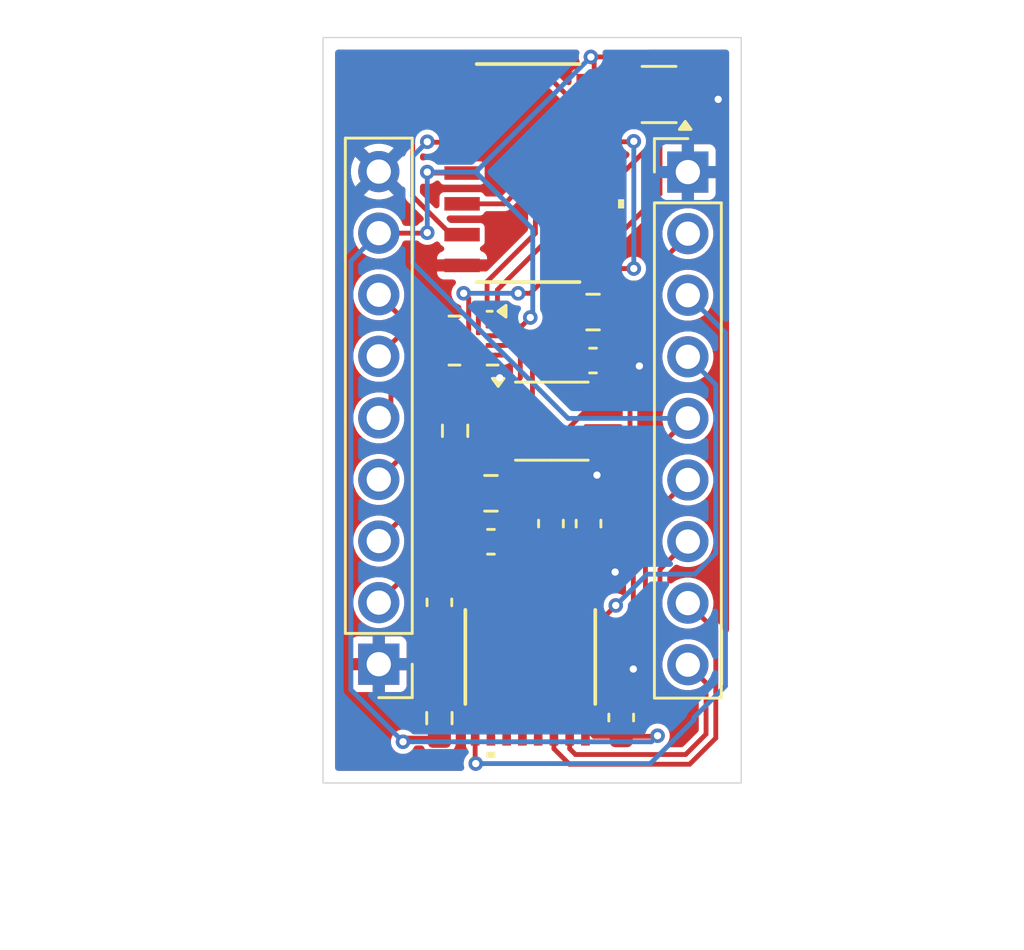
<source format=kicad_pcb>
(kicad_pcb (version 20241229) (generator "pcbnew") (generator_version "9.0")
  (layers (0 "F.Cu" signal) (2 "B.Cu" signal) (13 "F.Paste" user) (15 "B.Paste" user) (5 "F.SilkS" user "F.Silkscreen") (7 "B.SilkS" user "B.Silkscreen") (1 "F.Mask" user) (3 "B.Mask" user) (25 "Edge.Cuts" user))
  (net 0 "")
  (net 1 "GND")
  (net 2 "Net-(U1-REFCAP)")
  (net 3 "Net-(U1-REFIO)")
  (net 4 "+5V")
  (net 5 "/ADC/A_IN")
  (net 6 "+3.3V")
  (net 7 "Net-(R1-Pad1)")
  (net 8 "Net-(R1-Pad2)")
  (net 9 "/ADC/SDI")
  (net 10 "/ADC/~{CS}")
  (net 11 "/ADC/SDO-1")
  (net 12 "/ADC/~{RST}")
  (net 13 "/ADC/RVS")
  (net 14 "/ADC/SDO-0")
  (net 15 "/ADC/SCLK")
  (net 16 "/Multiplexer/A_IN_P1")
  (net 17 "/Multiplexer/A_IN_N1")
  (net 18 "/Amplifier/A_IN_N")
  (net 19 "/Multiplexer/A_IN_N3")
  (net 20 "/Multiplexer/A_IN_P3")
  (net 21 "/Amplifier/A_IN_P")
  (net 22 "/Multiplexer/A_IN_P2")
  (net 23 "/Counter/SEL1")
  (net 24 "/Multiplexer/A_IN_N2")
  (net 25 "/Counter/SEL0")
  (net 26 "Net-(U3-1D)")
  (net 27 "Net-(U3-2D)")
  (net 28 "Net-(U3-~{1CLR})")
  (footprint "Package_SO:MSOP-8_3x3mm_P0.65mm" (layer "F.Cu") (at 93.1375 97.775)
    (property "Reference" "U5")
    (property "Value" "AD8421")
    (fp_line (start 0 -1.61) (end -1.5 -1.61) (stroke (width 0.12)) (layer "F.SilkS"))
    (fp_line (start 0 -1.61) (end 1.5 -1.61) (stroke (width 0.12)) (layer "F.SilkS"))
    (fp_line (start 0 1.61) (end -1.5 1.61) (stroke (width 0.12)) (layer "F.SilkS"))
    (fp_line (start 0 1.61) (end 1.5 1.61) (stroke (width 0.12)) (layer "F.SilkS"))
    (fp_poly (pts (xy -2.2125 -1.435) (xy -2.4525 -1.765) (xy -1.9725 -1.765)) (stroke (width 0.12)) (fill yes) (layer "F.SilkS"))
    (pad "1" smd roundrect (at -2.1125 -0.975) (size 1.625 0.4) (layers "F.Cu" "F.Mask" "F.Paste") (net 18 "/Amplifier/A_IN_N"))
    (pad "2" smd roundrect (at -2.1125 -0.325) (size 1.625 0.4) (layers "F.Cu" "F.Mask" "F.Paste") (net 7 "Net-(R1-Pad1)"))
    (pad "3" smd roundrect (at -2.1125 0.325) (size 1.625 0.4) (layers "F.Cu" "F.Mask" "F.Paste") (net 8 "Net-(R1-Pad2)"))
    (pad "4" smd roundrect (at -2.1125 0.975) (size 1.625 0.4) (layers "F.Cu" "F.Mask" "F.Paste") (net 21 "/Amplifier/A_IN_P"))
    (pad "5" smd roundrect (at 2.1125 0.975) (size 1.625 0.4) (layers "F.Cu" "F.Mask" "F.Paste") (net 1 "GND"))
    (pad "6" smd roundrect (at 2.1125 0.325) (size 1.625 0.4) (layers "F.Cu" "F.Mask" "F.Paste") (net 1 "GND"))
    (pad "7" smd roundrect (at 2.1125 -0.325) (size 1.625 0.4) (layers "F.Cu" "F.Mask" "F.Paste") (net 5 "/ADC/A_IN"))
    (pad "8" smd roundrect (at 2.1125 -0.975) (size 1.625 0.4) (layers "F.Cu" "F.Mask" "F.Paste") (net 4 "+5V"))
  )
  (footprint "Capacitor_SMD:C_0603_1608Metric" (layer "F.Cu") (at 94.8375 95.275)
    (property "Reference" "C7")
    (property "Value" "0.1 uF")
    (fp_line (start -0.14058 -0.51) (end 0.14058 -0.51) (stroke (width 0.12)) (layer "F.SilkS"))
    (fp_line (start -0.14058 0.51) (end 0.14058 0.51) (stroke (width 0.12)) (layer "F.SilkS"))
    (pad "1" smd roundrect (at -0.775 0) (size 0.9 0.95) (layers "F.Cu" "F.Mask" "F.Paste") (net 4 "+5V"))
    (pad "2" smd roundrect (at 0.775 0) (size 0.9 0.95) (layers "F.Cu" "F.Mask" "F.Paste") (net 1 "GND"))
  )
  (footprint "strain-gauge:PW16_TEX" (layer "F.Cu") (at 92.25 107.5 -90)
    (property "Reference" "U1")
    (property "Value" "ADS8691IPWR" (hide yes))
    (fp_line (start -1.941024 2.6797) (end 1.941024 2.6797) (stroke (width 0.1524)) (layer "F.SilkS"))
    (fp_line (start 1.941024 -2.6797) (end -1.941024 -2.6797) (stroke (width 0.1524)) (layer "F.SilkS"))
    (fp_poly (pts (xy 4.1656 1.434501) (xy 4.1656 1.815501) (xy 3.9116 1.815501) (xy 3.9116 1.434501)) (fill yes) (layer "F.SilkS"))
    (pad "1" smd rect (at -2.921 -2.274999 270) (size 1.4732 0.3556) (layers "F.Cu" "F.Mask" "F.Paste") (net 1 "GND"))
    (pad "2" smd rect (at -2.921 -1.625001 270) (size 1.4732 0.3556) (layers "F.Cu" "F.Mask" "F.Paste") (net 4 "+5V"))
    (pad "3" smd rect (at -2.921 -0.974999 270) (size 1.4732 0.3556) (layers "F.Cu" "F.Mask" "F.Paste") (net 1 "GND"))
    (pad "4" smd rect (at -2.921 -0.325001 270) (size 1.4732 0.3556) (layers "F.Cu" "F.Mask" "F.Paste") (net 3 "Net-(U1-REFIO)"))
    (pad "5" smd rect (at -2.921 0.324998 270) (size 1.4732 0.3556) (layers "F.Cu" "F.Mask" "F.Paste") (net 1 "GND"))
    (pad "6" smd rect (at -2.921 0.974999 270) (size 1.4732 0.3556) (layers "F.Cu" "F.Mask" "F.Paste") (net 2 "Net-(U1-REFCAP)"))
    (pad "7" smd rect (at -2.921 1.624998 270) (size 1.4732 0.3556) (layers "F.Cu" "F.Mask" "F.Paste") (net 5 "/ADC/A_IN"))
    (pad "8" smd rect (at -2.921 2.274999 270) (size 1.4732 0.3556) (layers "F.Cu" "F.Mask" "F.Paste") (net 1 "GND"))
    (pad "9" smd rect (at 2.921 2.274999 270) (size 1.4732 0.3556) (layers "F.Cu" "F.Mask" "F.Paste") (net 12 "/ADC/~{RST}"))
    (pad "10" smd rect (at 2.921 1.625001 270) (size 1.4732 0.3556) (layers "F.Cu" "F.Mask" "F.Paste") (net 9 "/ADC/SDI"))
    (pad "11" smd rect (at 2.921 0.974999 270) (size 1.4732 0.3556) (layers "F.Cu" "F.Mask" "F.Paste") (net 10 "/ADC/~{CS}"))
    (pad "12" smd rect (at 2.921 0.325001 270) (size 1.4732 0.3556) (layers "F.Cu" "F.Mask" "F.Paste") (net 15 "/ADC/SCLK"))
    (pad "13" smd rect (at 2.921 -0.324998 270) (size 1.4732 0.3556) (layers "F.Cu" "F.Mask" "F.Paste") (net 14 "/ADC/SDO-0"))
    (pad "14" smd rect (at 2.921 -0.974999 270) (size 1.4732 0.3556) (layers "F.Cu" "F.Mask" "F.Paste") (net 11 "/ADC/SDO-1"))
    (pad "15" smd rect (at 2.921 -1.624998 270) (size 1.4732 0.3556) (layers "F.Cu" "F.Mask" "F.Paste") (net 13 "/ADC/RVS"))
    (pad "16" smd rect (at 2.921 -2.274999 270) (size 1.4732 0.3556) (layers "F.Cu" "F.Mask" "F.Paste") (net 6 "+3.3V"))
  )
  (footprint "Capacitor_SMD:C_0603_1608Metric" (layer "F.Cu") (at 90.627056 102.75)
    (property "Reference" "C2")
    (property "Value" "1 uF")
    (fp_line (start -0.14058 -0.51) (end 0.14058 -0.51) (stroke (width 0.12)) (layer "F.SilkS"))
    (fp_line (start -0.14058 0.51) (end 0.14058 0.51) (stroke (width 0.12)) (layer "F.SilkS"))
    (pad "1" smd roundrect (at -0.775 0) (size 0.9 0.95) (layers "F.Cu" "F.Mask" "F.Paste") (net 1 "GND"))
    (pad "2" smd roundrect (at 0.775 0) (size 0.9 0.95) (layers "F.Cu" "F.Mask" "F.Paste") (net 2 "Net-(U1-REFCAP)"))
  )
  (footprint "Capacitor_SMD:C_0603_1608Metric" (layer "F.Cu") (at 94.652056 102 90)
    (property "Reference" "C4")
    (property "Value" "1 uF")
    (fp_line (start -0.14058 -0.51) (end 0.14058 -0.51) (stroke (width 0.12)) (layer "F.SilkS"))
    (fp_line (start -0.14058 0.51) (end 0.14058 0.51) (stroke (width 0.12)) (layer "F.SilkS"))
    (pad "1" smd roundrect (at -0.775 0 90) (size 0.9 0.95) (layers "F.Cu" "F.Mask" "F.Paste") (net 4 "+5V"))
    (pad "2" smd roundrect (at 0.775 0 90) (size 0.9 0.95) (layers "F.Cu" "F.Mask" "F.Paste") (net 1 "GND"))
  )
  (footprint "Capacitor_SMD:C_0603_1608Metric" (layer "F.Cu") (at 96 110 -90)
    (property "Reference" "C6")
    (property "Value" "1 uF")
    (fp_line (start -0.14058 0.51) (end 0.14058 0.51) (stroke (width 0.12)) (layer "F.SilkS"))
    (fp_line (start -0.14058 -0.51) (end 0.14058 -0.51) (stroke (width 0.12)) (layer "F.SilkS"))
    (pad "1" smd roundrect (at -0.775 0 270) (size 0.9 0.95) (layers "F.Cu" "F.Mask" "F.Paste") (net 1 "GND"))
    (pad "2" smd roundrect (at 0.775 0 270) (size 0.9 0.95) (layers "F.Cu" "F.Mask" "F.Paste") (net 6 "+3.3V"))
  )
  (footprint "Connector_PinHeader_2.54mm:PinHeader_1x09_P2.54mm_Vertical" (layer "F.Cu") (at 98.75 87.5)
    (property "Reference" "J2" (hide yes))
    (property "Value" "Right")
    (fp_line (start -1.38 -1.38) (end 0 -1.38) (stroke (width 0.12)) (layer "F.SilkS"))
    (fp_line (start -1.38 0) (end -1.38 -1.38) (stroke (width 0.12)) (layer "F.SilkS"))
    (fp_line (start -1.38 1.27) (end -1.38 21.7) (stroke (width 0.12)) (layer "F.SilkS"))
    (fp_line (start -1.38 1.27) (end 1.38 1.27) (stroke (width 0.12)) (layer "F.SilkS"))
    (fp_line (start -1.38 21.7) (end 1.38 21.7) (stroke (width 0.12)) (layer "F.SilkS"))
    (fp_line (start 1.38 1.27) (end 1.38 21.7) (stroke (width 0.12)) (layer "F.SilkS"))
    (pad "1" thru_hole rect (at 0 0) (size 1.7 1.7) (drill 1) (layers "*.Cu" "*.Mask") (net 1 "GND"))
    (pad "2" thru_hole circle (at 0 2.54) (size 1.7 1.7) (drill 1) (layers "*.Cu" "*.Mask") (net 4 "+5V"))
    (pad "3" thru_hole circle (at 0 5.08) (size 1.7 1.7) (drill 1) (layers "*.Cu" "*.Mask") (net 12 "/ADC/~{RST}"))
    (pad "4" thru_hole circle (at 0 7.62) (size 1.7 1.7) (drill 1) (layers "*.Cu" "*.Mask") (net 9 "/ADC/SDI"))
    (pad "5" thru_hole circle (at 0 10.16) (size 1.7 1.7) (drill 1) (layers "*.Cu" "*.Mask") (net 10 "/ADC/~{CS}"))
    (pad "6" thru_hole circle (at 0 12.7) (size 1.7 1.7) (drill 1) (layers "*.Cu" "*.Mask") (net 15 "/ADC/SCLK"))
    (pad "7" thru_hole circle (at 0 15.24) (size 1.7 1.7) (drill 1) (layers "*.Cu" "*.Mask") (net 14 "/ADC/SDO-0"))
    (pad "8" thru_hole circle (at 0 17.78) (size 1.7 1.7) (drill 1) (layers "*.Cu" "*.Mask") (net 11 "/ADC/SDO-1"))
    (pad "9" thru_hole circle (at 0 20.32) (size 1.7 1.7) (drill 1) (layers "*.Cu" "*.Mask") (net 13 "/ADC/RVS"))
  )
  (footprint "Resistor_SMD:R_0603_1608Metric" (layer "F.Cu") (at 88.5 110.025 -90)
    (property "Reference" "R2")
    (property "Value" "100k")
    (fp_line (start -0.237258 0.5225) (end 0.237258 0.5225) (stroke (width 0.12)) (layer "F.SilkS"))
    (fp_line (start -0.237258 -0.5225) (end 0.237258 -0.5225) (stroke (width 0.12)) (layer "F.SilkS"))
    (pad "1" smd roundrect (at -0.825 0 270) (size 0.8 0.95) (layers "F.Cu" "F.Mask" "F.Paste") (net 12 "/ADC/~{RST}"))
    (pad "2" smd roundrect (at 0.825 0 270) (size 0.8 0.95) (layers "F.Cu" "F.Mask" "F.Paste") (net 6 "+3.3V"))
  )
  (footprint "Package_DFN_QFN:Texas_RMG0012A_WQFN-12_1.8x1.8mm_P0.4mm" (layer "F.Cu") (at 89.907935 94.450565 -90)
    (property "Reference" "U2")
    (property "Value" "TMUX131RMG")
    (fp_line (start -1.01 1.01) (end -1.01 0.56) (stroke (width 0.12)) (layer "F.SilkS"))
    (fp_line (start 1.01 1.01) (end 1.01 0.56) (stroke (width 0.12)) (layer "F.SilkS"))
    (fp_line (start -1.21 -0.56) (end -1.21 -0.77) (stroke (width 0.12)) (layer "F.SilkS"))
    (fp_line (start 1.01 -1.01) (end 1.01 -0.56) (stroke (width 0.12)) (layer "F.SilkS"))
    (fp_poly (pts (xy -1.21 -1.01) (xy -1.45 -1.34) (xy -0.97 -1.34)) (stroke (width 0.12)) (fill yes) (layer "F.SilkS"))
    (pad "1" smd roundrect (at -0.75 -0.2 270) (size 1.05 0.2) (layers "F.Cu" "F.Mask" "F.Paste") (net 25 "/Counter/SEL0"))
    (pad "2" smd roundrect (at -0.75 0.2 270) (size 1.05 0.2) (layers "F.Cu" "F.Mask" "F.Paste") (net 23 "/Counter/SEL1"))
    (pad "3" smd roundrect (at -0.6 0.8875 270) (size 0.2 0.775) (layers "F.Cu" "F.Mask" "F.Paste") (net 22 "/Multiplexer/A_IN_P2"))
    (pad "4" smd roundrect (at -0.2 0.8875 270) (size 0.2 0.775) (layers "F.Cu" "F.Mask" "F.Paste") (net 24 "/Multiplexer/A_IN_N2"))
    (pad "5" smd roundrect (at 0.2 0.8875 270) (size 0.2 0.775) (layers "F.Cu" "F.Mask" "F.Paste") (net 20 "/Multiplexer/A_IN_P3"))
    (pad "6" smd roundrect (at 0.6 0.8875 270) (size 0.2 0.775) (layers "F.Cu" "F.Mask" "F.Paste") (net 19 "/Multiplexer/A_IN_N3"))
    (pad "7" smd roundrect (at 0.75 0.2 270) (size 1.05 0.2) (layers "F.Cu" "F.Mask" "F.Paste") (net 16 "/Multiplexer/A_IN_P1"))
    (pad "8" smd roundrect (at 0.75 -0.2 270) (size 1.05 0.2) (layers "F.Cu" "F.Mask" "F.Paste") (net 17 "/Multiplexer/A_IN_N1"))
    (pad "9" smd roundrect (at 0.6 -0.8875 270) (size 0.2 0.775) (layers "F.Cu" "F.Mask" "F.Paste") (net 1 "GND"))
    (pad "10" smd roundrect (at 0.2 -0.8875 270) (size 0.2 0.775) (layers "F.Cu" "F.Mask" "F.Paste") (net 18 "/Amplifier/A_IN_N"))
    (pad "11" smd roundrect (at -0.2 -0.8875 270) (size 0.2 0.775) (layers "F.Cu" "F.Mask" "F.Paste") (net 21 "/Amplifier/A_IN_P"))
    (pad "12" smd roundrect (at -0.6 -0.8875 270) (size 0.2 0.775) (layers "F.Cu" "F.Mask" "F.Paste") (net 6 "+3.3V"))
  )
  (footprint "Package_TO_SOT_SMD:SOT-353_SC-70-5" (layer "F.Cu") (at 97.56 84.3 180)
    (property "Reference" "U4")
    (property "Value" "74AHC1G00")
    (fp_line (start -0.7 1.16) (end 0.7 1.16) (stroke (width 0.12)) (layer "F.SilkS"))
    (fp_line (start -0.71 -1.16) (end 0.7 -1.16) (stroke (width 0.12)) (layer "F.SilkS"))
    (fp_poly (pts (xy -1.08 -1.11) (xy -1.32 -1.44) (xy -0.84 -1.44) (xy -1.08 -1.11)) (stroke (width 0.12)) (fill yes) (layer "F.SilkS"))
    (pad "1" smd roundrect (at -0.95 -0.65 180) (size 0.65 0.4) (layers "F.Cu" "F.Mask" "F.Paste") (net 23 "/Counter/SEL1"))
    (pad "2" smd roundrect (at -0.95 0 180) (size 0.65 0.4) (layers "F.Cu" "F.Mask" "F.Paste") (net 25 "/Counter/SEL0"))
    (pad "3" smd roundrect (at -0.95 0.65 180) (size 0.65 0.4) (layers "F.Cu" "F.Mask" "F.Paste") (net 1 "GND"))
    (pad "4" smd roundrect (at 0.95 0.65 180) (size 0.65 0.4) (layers "F.Cu" "F.Mask" "F.Paste") (net 28 "Net-(U3-~{1CLR})"))
    (pad "5" smd roundrect (at 0.95 -0.65 180) (size 0.65 0.4) (layers "F.Cu" "F.Mask" "F.Paste") (net 6 "+3.3V"))
  )
  (footprint "Capacitor_SMD:C_0603_1608Metric" (layer "F.Cu") (at 93.102056 102 90)
    (property "Reference" "C3")
    (property "Value" "4.7 uF")
    (fp_line (start -0.14058 -0.51) (end 0.14058 -0.51) (stroke (width 0.12)) (layer "F.SilkS"))
    (fp_line (start -0.14058 0.51) (end 0.14058 0.51) (stroke (width 0.12)) (layer "F.SilkS"))
    (pad "1" smd roundrect (at -0.775 0 90) (size 0.9 0.95) (layers "F.Cu" "F.Mask" "F.Paste") (net 3 "Net-(U1-REFIO)"))
    (pad "2" smd roundrect (at 0.775 0 90) (size 0.9 0.95) (layers "F.Cu" "F.Mask" "F.Paste") (net 1 "GND"))
  )
  (footprint "Capacitor_SMD:C_0603_1608Metric" (layer "F.Cu") (at 88.5 105.25 90)
    (property "Reference" "C5")
    (property "Value" "1 uF")
    (fp_line (start -0.14058 -0.51) (end 0.14058 -0.51) (stroke (width 0.12)) (layer "F.SilkS"))
    (fp_line (start -0.14058 0.51) (end 0.14058 0.51) (stroke (width 0.12)) (layer "F.SilkS"))
    (pad "1" smd roundrect (at -0.775 0 90) (size 0.9 0.95) (layers "F.Cu" "F.Mask" "F.Paste") (net 5 "/ADC/A_IN"))
    (pad "2" smd roundrect (at 0.775 0 90) (size 0.9 0.95) (layers "F.Cu" "F.Mask" "F.Paste") (net 1 "GND"))
  )
  (footprint "strain-gauge:SOIC_QDRQ1_TEX" (layer "F.Cu") (at 92.16 87.54)
    (property "Reference" "U3")
    (property "Value" "SN74HCS72QDRQ1")
    (fp_line (start -2.1209 4.4958) (end 2.1209 4.4958) (stroke (width 0.1524)) (layer "F.SilkS"))
    (fp_line (start 2.1209 -4.4958) (end -2.1209 -4.4958) (stroke (width 0.1524)) (layer "F.SilkS"))
    (fp_poly (pts (xy 3.9624 1.0795) (xy 3.9624 1.4605) (xy 3.7084 1.4605) (xy 3.7084 1.0795)) (fill yes) (layer "F.SilkS"))
    (pad "1" smd rect (at -2.72415 -3.81) (size 1.4605 0.5588) (layers "F.Cu" "F.Mask" "F.Paste") (net 28 "Net-(U3-~{1CLR})"))
    (pad "2" smd rect (at -2.72415 -2.54) (size 1.4605 0.5588) (layers "F.Cu" "F.Mask" "F.Paste") (net 26 "Net-(U3-1D)"))
    (pad "3" smd rect (at -2.72415 -1.27) (size 1.4605 0.5588) (layers "F.Cu" "F.Mask" "F.Paste") (net 10 "/ADC/~{CS}"))
    (pad "4" smd rect (at -2.72415 0) (size 1.4605 0.5588) (layers "F.Cu" "F.Mask" "F.Paste") (net 6 "+3.3V"))
    (pad "5" smd rect (at -2.72415 1.27) (size 1.4605 0.5588) (layers "F.Cu" "F.Mask" "F.Paste") (net 25 "/Counter/SEL0"))
    (pad "6" smd rect (at -2.72415 2.54) (size 1.4605 0.5588) (layers "F.Cu" "F.Mask" "F.Paste") (net 26 "Net-(U3-1D)"))
    (pad "7" smd rect (at -2.72415 3.81) (size 1.4605 0.5588) (layers "F.Cu" "F.Mask" "F.Paste") (net 1 "GND"))
    (pad "8" smd rect (at 2.72415 3.81) (size 1.4605 0.5588) (layers "F.Cu" "F.Mask" "F.Paste") (net 27 "Net-(U3-2D)"))
    (pad "9" smd rect (at 2.72415 2.54) (size 1.4605 0.5588) (layers "F.Cu" "F.Mask" "F.Paste") (net 23 "/Counter/SEL1"))
    (pad "10" smd rect (at 2.72415 1.27) (size 1.4605 0.5588) (layers "F.Cu" "F.Mask" "F.Paste") (net 6 "+3.3V"))
    (pad "11" smd rect (at 2.72415 0) (size 1.4605 0.5588) (layers "F.Cu" "F.Mask" "F.Paste") (net 25 "/Counter/SEL0"))
    (pad "12" smd rect (at 2.72415 -1.27) (size 1.4605 0.5588) (layers "F.Cu" "F.Mask" "F.Paste") (net 27 "Net-(U3-2D)"))
    (pad "13" smd rect (at 2.72415 -2.54) (size 1.4605 0.5588) (layers "F.Cu" "F.Mask" "F.Paste") (net 28 "Net-(U3-~{1CLR})"))
    (pad "14" smd rect (at 2.72415 -3.81) (size 1.4605 0.5588) (layers "F.Cu" "F.Mask" "F.Paste") (net 6 "+3.3V"))
  )
  (footprint "Resistor_SMD:R_0603_1608Metric" (layer "F.Cu") (at 89.148559 98.171649 -90)
    (property "Reference" "R1")
    (property "Value" "100")
    (fp_line (start -0.237258 0.5225) (end 0.237258 0.5225) (stroke (width 0.12)) (layer "F.SilkS"))
    (fp_line (start -0.237258 -0.5225) (end 0.237258 -0.5225) (stroke (width 0.12)) (layer "F.SilkS"))
    (pad "1" smd roundrect (at -0.825 0 270) (size 0.8 0.95) (layers "F.Cu" "F.Mask" "F.Paste") (net 7 "Net-(R1-Pad1)"))
    (pad "2" smd roundrect (at 0.825 0 270) (size 0.8 0.95) (layers "F.Cu" "F.Mask" "F.Paste") (net 8 "Net-(R1-Pad2)"))
  )
  (footprint "Connector_PinHeader_2.54mm:PinHeader_1x09_P2.54mm_Vertical" (layer "F.Cu") (at 86 107.8 180)
    (property "Reference" "J1" (hide yes))
    (property "Value" "Left")
    (fp_line (start 1.38 1.27) (end 1.38 21.7) (stroke (width 0.12)) (layer "F.SilkS"))
    (fp_line (start -1.38 21.7) (end 1.38 21.7) (stroke (width 0.12)) (layer "F.SilkS"))
    (fp_line (start -1.38 1.27) (end 1.38 1.27) (stroke (width 0.12)) (layer "F.SilkS"))
    (fp_line (start -1.38 1.27) (end -1.38 21.7) (stroke (width 0.12)) (layer "F.SilkS"))
    (fp_line (start -1.38 0) (end -1.38 -1.38) (stroke (width 0.12)) (layer "F.SilkS"))
    (fp_line (start -1.38 -1.38) (end 0 -1.38) (stroke (width 0.12)) (layer "F.SilkS"))
    (pad "1" thru_hole rect (at 0 0 180) (size 1.7 1.7) (drill 1) (layers "*.Cu" "*.Mask") (net 1 "GND"))
    (pad "2" thru_hole circle (at 0 2.54 180) (size 1.7 1.7) (drill 1) (layers "*.Cu" "*.Mask") (net 17 "/Multiplexer/A_IN_N1"))
    (pad "3" thru_hole circle (at 0 5.08 180) (size 1.7 1.7) (drill 1) (layers "*.Cu" "*.Mask") (net 16 "/Multiplexer/A_IN_P1"))
    (pad "4" thru_hole circle (at 0 7.62 180) (size 1.7 1.7) (drill 1) (layers "*.Cu" "*.Mask") (net 19 "/Multiplexer/A_IN_N3"))
    (pad "5" thru_hole circle (at 0 10.16 180) (size 1.7 1.7) (drill 1) (layers "*.Cu" "*.Mask") (net 20 "/Multiplexer/A_IN_P3"))
    (pad "6" thru_hole circle (at 0 12.7 180) (size 1.7 1.7) (drill 1) (layers "*.Cu" "*.Mask") (net 24 "/Multiplexer/A_IN_N2"))
    (pad "7" thru_hole circle (at 0 15.24 180) (size 1.7 1.7) (drill 1) (layers "*.Cu" "*.Mask") (net 22 "/Multiplexer/A_IN_P2"))
    (pad "8" thru_hole circle (at 0 17.78 180) (size 1.7 1.7) (drill 1) (layers "*.Cu" "*.Mask") (net 6 "+3.3V"))
    (pad "9" thru_hole circle (at 0 20.32 180) (size 1.7 1.7) (drill 1) (layers "*.Cu" "*.Mask") (net 1 "GND"))
  )
  (footprint "Capacitor_SMD:C_0805_2012Metric" (layer "F.Cu") (at 94.8375 93.275)
    (property "Reference" "C8")
    (property "Value" "10 uF")
    (fp_line (start -0.261252 -0.735) (end 0.261252 -0.735) (stroke (width 0.12)) (layer "F.SilkS"))
    (fp_line (start -0.261252 0.735) (end 0.261252 0.735) (stroke (width 0.12)) (layer "F.SilkS"))
    (pad "1" smd roundrect (at -0.95 0) (size 1 1.45) (layers "F.Cu" "F.Mask" "F.Paste") (net 4 "+5V"))
    (pad "2" smd roundrect (at 0.95 0) (size 1 1.45) (layers "F.Cu" "F.Mask" "F.Paste") (net 1 "GND"))
  )
  (footprint "Capacitor_SMD:C_0805_2012Metric" (layer "F.Cu") (at 90.627056 100.75)
    (property "Reference" "C1")
    (property "Value" "10 uF")
    (fp_line (start -0.261252 -0.735) (end 0.261252 -0.735) (stroke (width 0.12)) (layer "F.SilkS"))
    (fp_line (start -0.261252 0.735) (end 0.261252 0.735) (stroke (width 0.12)) (layer "F.SilkS"))
    (pad "1" smd roundrect (at -0.95 0) (size 1 1.45) (layers "F.Cu" "F.Mask" "F.Paste") (net 1 "GND"))
    (pad "2" smd roundrect (at 0.95 0) (size 1 1.45) (layers "F.Cu" "F.Mask" "F.Paste") (net 2 "Net-(U1-REFCAP)"))
  )
  (gr_rect (start 83.7 81.95) (end 100.95 112.7) (stroke (width 0.05)) (fill no) (layer "Edge.Cuts"))
  (segment (start 92.026002 105.6166) (end 91.925002 105.5156) (width 0.2) (layer "F.Cu") (net 1))
  (segment (start 95.25 98.1) (end 95.25 98.75) (width 0.2) (layer "F.Cu") (net 1))
  (segment (start 91.925002 105.5156) (end 91.925002 104.579) (width 0.2) (layer "F.Cu") (net 1))
  (segment (start 90.795435 95.050565) (end 90.795435 95.795435) (width 0.2) (layer "F.Cu") (net 1))
  (segment (start 90.795435 95.795435) (end 90.988235 95.988235) (width 0.2) (layer "F.Cu") (net 1))
  (segment (start 93.053801 105.6166) (end 92.026002 105.6166) (width 0.2) (layer "F.Cu") (net 1))
  (segment (start 93.224999 105.445402) (end 93.053801 105.6166) (width 0.2) (layer "F.Cu") (net 1))
  (segment (start 93.224999 104.579) (end 93.224999 105.445402) (width 0.2) (layer "F.Cu") (net 1))
  (via (at 96.75 95.5) (size 0.6) (drill 0.3) (layers "F.Cu" "B.Cu") (net 1))
  (via (at 95.75 104) (size 0.6) (drill 0.3) (layers "F.Cu" "B.Cu") (net 1))
  (via (at 95 100) (size 0.6) (drill 0.3) (layers "F.Cu" "B.Cu") (net 1))
  (via (at 100 84.5) (size 0.6) (drill 0.3) (layers "F.Cu" "B.Cu") (net 1))
  (via (at 90.988235 95.988235) (size 0.6) (drill 0.3) (layers "F.Cu" "B.Cu") (net 1))
  (via (at 96.5 108) (size 0.6) (drill 0.3) (layers "F.Cu" "B.Cu") (net 1))
  (segment (start 91.402056 102.75) (end 91.402056 104.451945) (width 0.2) (layer "F.Cu") (net 2))
  (segment (start 91.577056 102.575) (end 91.402056 102.75) (width 0.2) (layer "F.Cu") (net 2))
  (segment (start 91.402056 104.451945) (end 91.275001 104.579) (width 0.2) (layer "F.Cu") (net 2))
  (segment (start 91.577056 100.75) (end 91.577056 102.575) (width 0.2) (layer "F.Cu") (net 2))
  (segment (start 93.102056 102.775) (end 92.575001 103.302055) (width 0.2) (layer "F.Cu") (net 3))
  (segment (start 92.575001 103.302055) (end 92.575001 104.579) (width 0.2) (layer "F.Cu") (net 3))
  (segment (start 95.5 100.5) (end 95.5 101.75) (width 0.2) (layer "F.Cu") (net 4))
  (segment (start 94.652056 102.597944) (end 94.652056 102.775) (width 0.2) (layer "F.Cu") (net 4))
  (segment (start 96.768943 92.081) (end 98.75 90.099943) (width 0.2) (layer "F.Cu") (net 4))
  (segment (start 94.652056 102.775) (end 93.875001 103.552055) (width 0.2) (layer "F.Cu") (net 4))
  (segment (start 95.25 96.8) (end 93.8875 95.4375) (width 0.2) (layer "F.Cu") (net 4))
  (segment (start 98.75 90.099943) (end 98.75 90.04) (width 0.2) (layer "F.Cu") (net 4))
  (segment (start 93.8875 93.275) (end 95.0815 92.081) (width 0.2) (layer "F.Cu") (net 4))
  (segment (start 93.8875 95.4375) (end 93.8875 93.275) (width 0.2) (layer "F.Cu") (net 4))
  (segment (start 95.0815 92.081) (end 96.768943 92.081) (width 0.2) (layer "F.Cu") (net 4))
  (segment (start 93.875001 103.552055) (end 93.875001 104.579) (width 0.2) (layer "F.Cu") (net 4))
  (segment (start 95.5 100.5) (end 96.3635 99.6365) (width 0.2) (layer "F.Cu") (net 4))
  (segment (start 95.5 101.75) (end 94.652056 102.597944) (width 0.2) (layer "F.Cu") (net 4))
  (segment (start 96.3635 99.6365) (end 96.3635 97.101001) (width 0.2) (layer "F.Cu") (net 4))
  (segment (start 96.062499 96.8) (end 95.25 96.8) (width 0.2) (layer "F.Cu") (net 4))
  (segment (start 96.3635 97.101001) (end 96.062499 96.8) (width 0.2) (layer "F.Cu") (net 4))
  (segment (start 91.249 99.251) (end 92.636501 99.251) (width 0.2) (layer "F.Cu") (net 5))
  (segment (start 94.437501 97.45) (end 95.25 97.45) (width 0.2) (layer "F.Cu") (net 5))
  (segment (start 90.625002 105.5156) (end 90.625002 104.579) (width 0.2) (layer "F.Cu") (net 5))
  (segment (start 90.625002 104.579) (end 90.625002 99.874998) (width 0.2) (layer "F.Cu") (net 5))
  (segment (start 90.625002 99.874998) (end 91.249 99.251) (width 0.2) (layer "F.Cu") (net 5))
  (segment (start 90.115602 106.025) (end 90.625002 105.5156) (width 0.2) (layer "F.Cu") (net 5))
  (segment (start 88.5 106.025) (end 90.115602 106.025) (width 0.2) (layer "F.Cu") (net 5))
  (segment (start 92.636501 99.251) (end 94.437501 97.45) (width 0.2) (layer "F.Cu") (net 5))
  (segment (start 86 90.02) (end 87.98 90.02) (width 0.2) (layer "F.Cu") (net 6))
  (segment (start 90.895435 93.750565) (end 90.895435 92.354565) (width 0.2) (layer "F.Cu") (net 6))
  (segment (start 90.795435 93.850565) (end 91.899435 93.850565) (width 0.2) (layer "F.Cu") (net 6))
  (segment (start 89.43585 87.54) (end 88.04 87.54) (width 0.2) (layer "F.Cu") (net 6))
  (segment (start 96 110.775) (end 97.475 110.775) (width 0.2) (layer "F.Cu") (net 6))
  (segment (start 94.44 88.81) (end 94.88415 88.81) (width 0.2) (layer "F.Cu") (net 6))
  (segment (start 97.236 83.236) (end 96.75 82.75) (width 0.2) (layer "F.Cu") (net 6))
  (segment (start 96 110.775) (end 94.878999 110.775) (width 0.2) (layer "F.Cu") (net 6))
  (segment (start 94.88415 83.73) (end 94.88415 82.88415) (width 0.2) (layer "F.Cu") (net 6))
  (segment (start 96.75 82.75) (end 94.75 82.75) (width 0.2) (layer "F.Cu") (net 6))
  (segment (start 87.98 90.02) (end 88 90) (width 0.2) (layer "F.Cu") (net 6))
  (segment (start 94.878999 110.775) (end 94.524999 110.421) (width 0.2) (layer "F.Cu") (net 6))
  (segment (start 88.04 87.54) (end 88 87.5) (width 0.2) (layer "F.Cu") (net 6))
  (segment (start 90.895435 92.354565) (end 94.44 88.81) (width 0.2) (layer "F.Cu") (net 6))
  (segment (start 97.236 84.324) (end 97.236 83.236) (width 0.2) (layer "F.Cu") (net 6))
  (segment (start 87.15 110.85) (end 87 111) (width 0.2) (layer "F.Cu") (net 6))
  (segment (start 90.795435 93.850565) (end 90.895435 93.750565) (width 0.2) (layer "F.Cu") (net 6))
  (segment (start 91.899435 93.850565) (end 92.25 93.5) (width 0.2) (layer "F.Cu") (net 6))
  (segment (start 94.88415 82.88415) (end 94.75 82.75) (width 0.2) (layer "F.Cu") (net 6))
  (segment (start 96.61 84.95) (end 97.236 84.324) (width 0.2) (layer "F.Cu") (net 6))
  (segment (start 88.5 110.85) (end 87.15 110.85) (width 0.2) (layer "F.Cu") (net 6))
  (segment (start 97.475 110.775) (end 97.5 110.75) (width 0.2) (layer "F.Cu") (net 6))
  (via (at 92.25 93.5) (size 0.6) (drill 0.3) (layers "F.Cu" "B.Cu") (net 6))
  (via (at 88 90) (size 0.6) (drill 0.3) (layers "F.Cu" "B.Cu") (net 6))
  (via (at 87 111) (size 0.6) (drill 0.3) (layers "F.Cu" "B.Cu") (net 6))
  (via (at 88 87.5) (size 0.6) (drill 0.3) (layers "F.Cu" "B.Cu") (net 6))
  (via (at 97.5 110.75) (size 0.6) (drill 0.3) (layers "F.Cu" "B.Cu") (net 6))
  (via (at 94.75 82.75) (size 0.6) (drill 0.3) (layers "F.Cu" "B.Cu") (net 6))
  (segment (start 92.351 89.851) (end 90 87.5) (width 0.2) (layer "B.Cu") (net 6))
  (segment (start 97.25 111) (end 97.5 110.75) (width 0.2) (layer "B.Cu") (net 6))
  (segment (start 92.351 93.399) (end 92.351 89.851) (width 0.2) (layer "B.Cu") (net 6))
  (segment (start 84.849 108.849) (end 84.849 91.171) (width 0.2) (layer "B.Cu") (net 6))
  (segment (start 90 87.5) (end 88 87.5) (width 0.2) (layer "B.Cu") (net 6))
  (segment (start 88 90) (end 88 87.5) (width 0.2) (layer "B.Cu") (net 6))
  (segment (start 87 111) (end 84.849 108.849) (width 0.2) (layer "B.Cu") (net 6))
  (segment (start 92.25 93.5) (end 92.351 93.399) (width 0.2) (layer "B.Cu") (net 6))
  (segment (start 84.849 91.171) (end 86 90.02) (width 0.2) (layer "B.Cu") (net 6))
  (segment (start 94.75 82.75) (end 90 87.5) (width 0.2) (layer "B.Cu") (net 6))
  (segment (start 87 111) (end 97.25 111) (width 0.2) (layer "B.Cu") (net 6))
  (segment (start 89.148559 97.346649) (end 90.921649 97.346649) (width 0.2) (layer "F.Cu") (net 7))
  (segment (start 90.921649 97.346649) (end 91.025 97.45) (width 0.2) (layer "F.Cu") (net 7))
  (segment (start 89.148559 98.996649) (end 90.045208 98.1) (width 0.2) (layer "F.Cu") (net 8))
  (segment (start 90.045208 98.1) (end 91.025 98.1) (width 0.2) (layer "F.Cu") (net 8))
  (segment (start 92.260399 107.849) (end 93.30247 107.849) (width 0.2) (layer "F.Cu") (net 9))
  (segment (start 93.30247 107.849) (end 95.775735 105.375735) (width 0.2) (layer "F.Cu") (net 9))
  (segment (start 90.624999 110.421) (end 90.624999 109.4844) (width 0.2) (layer "F.Cu") (net 9))
  (segment (start 90.624999 109.4844) (end 92.260399 107.849) (width 0.2) (layer "F.Cu") (net 9))
  (via (at 95.775735 105.375735) (size 0.6) (drill 0.3) (layers "F.Cu" "B.Cu") (net 9))
  (segment (start 99.901 103.21676) (end 99.901 96.271) (width 0.2) (layer "B.Cu") (net 9))
  (segment (start 97.064965 104.086505) (end 99.031255 104.086505) (width 0.2) (layer "B.Cu") (net 9))
  (segment (start 95.775735 105.375735) (end 97.064965 104.086505) (width 0.2) (layer "B.Cu") (net 9))
  (segment (start 99.901 96.271) (end 98.75 95.12) (width 0.2) (layer "B.Cu") (net 9))
  (segment (start 99.031255 104.086505) (end 99.901 103.21676) (width 0.2) (layer "B.Cu") (net 9))
  (segment (start 89.43585 86.27) (end 88.02 86.27) (width 0.2) (layer "F.Cu") (net 10))
  (segment (start 88.02 86.27) (end 88 86.25) (width 0.2) (layer "F.Cu") (net 10))
  (segment (start 91.275001 110.421) (end 91.275001 109.4844) (width 0.2) (layer "F.Cu") (net 10))
  (segment (start 96.5 105.5) (end 96.5 101.77576) (width 0.2) (layer "F.Cu") (net 10))
  (segment (start 92.509401 108.25) (end 93.75 108.25) (width 0.2) (layer "F.Cu") (net 10))
  (segment (start 91.275001 109.4844) (end 92.509401 108.25) (width 0.2) (layer "F.Cu") (net 10))
  (segment (start 93.75 108.25) (end 96.5 105.5) (width 0.2) (layer "F.Cu") (net 10))
  (segment (start 96.5 101.77576) (end 97.599 100.67676) (width 0.2) (layer "F.Cu") (net 10))
  (segment (start 97.599 98.811) (end 98.75 97.66) (width 0.2) (layer "F.Cu") (net 10))
  (segment (start 97.599 100.67676) (end 97.599 98.811) (width 0.2) (layer "F.Cu") (net 10))
  (via (at 88 86.25) (size 0.6) (drill 0.3) (layers "F.Cu" "B.Cu") (net 10))
  (segment (start 93.810057 97.66) (end 87.399 91.248943) (width 0.2) (layer "B.Cu") (net 10))
  (segment (start 87.399 86.851) (end 88 86.25) (width 0.2) (layer "B.Cu") (net 10))
  (segment (start 98.75 97.66) (end 93.810057 97.66) (width 0.2) (layer "B.Cu") (net 10))
  (segment (start 87.399 91.248943) (end 87.399 86.851) (width 0.2) (layer "B.Cu") (net 10))
  (segment (start 99.901 110.849) (end 99.901 106.431) (width 0.2) (layer "F.Cu") (net 11))
  (segment (start 98.823 111.927) (end 99.901 110.849) (width 0.2) (layer "F.Cu") (net 11))
  (segment (start 99.901 106.431) (end 98.75 105.28) (width 0.2) (layer "F.Cu") (net 11))
  (segment (start 93.864598 111.927) (end 98.823 111.927) (width 0.2) (layer "F.Cu") (net 11))
  (segment (start 93.224999 110.421) (end 93.224999 111.287401) (width 0.2) (layer "F.Cu") (net 11))
  (segment (start 93.224999 111.287401) (end 93.864598 111.927) (width 0.2) (layer "F.Cu") (net 11))
  (segment (start 88.754001 109.2) (end 89.975001 110.421) (width 0.2) (layer "F.Cu") (net 12))
  (segment (start 88.5 109.2) (end 88.754001 109.2) (width 0.2) (layer "F.Cu") (net 12))
  (segment (start 89.975001 111.875001) (end 90 111.9) (width 0.2) (layer "F.Cu") (net 12))
  (segment (start 89.975001 110.421) (end 89.975001 111.875001) (width 0.2) (layer "F.Cu") (net 12))
  (via (at 90 111.9) (size 0.6) (drill 0.3) (layers "F.Cu" "B.Cu") (net 12))
  (segment (start 99 110) (end 100.302 108.698) (width 0.2) (layer "B.Cu") (net 12))
  (segment (start 99 110.099943) (end 99 110) (width 0.2) (layer "B.Cu") (net 12))
  (segment (start 100.302 94.132) (end 98.75 92.58) (width 0.2) (layer "B.Cu") (net 12))
  (segment (start 97.199943 111.9) (end 99 110.099943) (width 0.2) (layer "B.Cu") (net 12))
  (segment (start 100.302 108.698) (end 100.302 94.132) (width 0.2) (layer "B.Cu") (net 12))
  (segment (start 90 111.9) (end 97.199943 111.9) (width 0.2) (layer "B.Cu") (net 12))
  (segment (start 99.5 108.57) (end 98.75 107.82) (width 0.2) (layer "F.Cu") (net 13))
  (segment (start 93.874998 110.421) (end 93.874998 111.287399) (width 0.2) (layer "F.Cu") (net 13))
  (segment (start 94.113599 111.526) (end 98.6569 111.526) (width 0.2) (layer "F.Cu") (net 13))
  (segment (start 93.874998 111.287399) (end 94.113599 111.526) (width 0.2) (layer "F.Cu") (net 13))
  (segment (start 98.6569 111.526) (end 99.5 110.6829) (width 0.2) (layer "F.Cu") (net 13))
  (segment (start 99.5 110.6829) (end 99.5 108.57) (width 0.2) (layer "F.Cu") (net 13))
  (segment (start 92.675998 109.3834) (end 94.1166 109.3834) (width 0.2) (layer "F.Cu") (net 14))
  (segment (start 92.574998 109.4844) (end 92.675998 109.3834) (width 0.2) (layer "F.Cu") (net 14))
  (segment (start 92.574998 110.421) (end 92.574998 109.4844) (width 0.2) (layer "F.Cu") (net 14))
  (segment (start 94.1166 109.3834) (end 97.599 105.901) (width 0.2) (layer "F.Cu") (net 14))
  (segment (start 97.599 103.891) (end 98.75 102.74) (width 0.2) (layer "F.Cu") (net 14))
  (segment (start 97.599 105.901) (end 97.599 103.891) (width 0.2) (layer "F.Cu") (net 14))
  (segment (start 94 108.75) (end 97 105.75) (width 0.2) (layer "F.Cu") (net 15))
  (segment (start 91.924999 110.421) (end 91.924999 109.4844) (width 0.2) (layer "F.Cu") (net 15))
  (segment (start 97 105.75) (end 97 101.95) (width 0.2) (layer "F.Cu") (net 15))
  (segment (start 97 101.95) (end 98.75 100.2) (width 0.2) (layer "F.Cu") (net 15))
  (segment (start 92.659399 108.75) (end 94 108.75) (width 0.2) (layer "F.Cu") (net 15))
  (segment (start 91.924999 109.4844) (end 92.659399 108.75) (width 0.2) (layer "F.Cu") (net 15))
  (segment (start 86 102.72) (end 87.75 100.97) (width 0.2) (layer "F.Cu") (net 16))
  (segment (start 89.262224 95.69405) (end 89.706935 95.249339) (width 0.2) (layer "F.Cu") (net 16))
  (segment (start 87.75 100.97) (end 87.75 96.8881) (width 0.2) (layer "F.Cu") (net 16))
  (segment (start 88.94405 95.69405) (end 89.262224 95.69405) (width 0.2) (layer "F.Cu") (net 16))
  (segment (start 87.75 96.8881) (end 88.94405 95.69405) (width 0.2) (layer "F.Cu") (net 16))
  (segment (start 89.707935 95.200565) (end 89.707935 95.292065) (width 0.2) (layer "F.Cu") (net 16))
  (segment (start 89.354351 96.645649) (end 88.660495 96.645649) (width 0.2) (layer "F.Cu") (net 17))
  (segment (start 90.107935 95.892065) (end 89.354351 96.645649) (width 0.2) (layer "F.Cu") (net 17))
  (segment (start 88.25 97.056144) (end 88.25 103.01) (width 0.2) (layer "F.Cu") (net 17))
  (segment (start 88.25 103.01) (end 86 105.26) (width 0.2) (layer "F.Cu") (net 17))
  (segment (start 90.107935 95.200565) (end 90.107935 95.892065) (width 0.2) (layer "F.Cu") (net 17))
  (segment (start 88.660495 96.645649) (end 88.25 97.056144) (width 0.2) (layer "F.Cu") (net 17))
  (segment (start 91.8375 95.025) (end 91.8375 95.9875) (width 0.2) (layer "F.Cu") (net 18))
  (segment (start 91.8375 95.9875) (end 91.025 96.8) (width 0.2) (layer "F.Cu") (net 18))
  (segment (start 91.463065 94.650565) (end 91.8375 95.025) (width 0.2) (layer "F.Cu") (net 18))
  (segment (start 90.795435 94.650565) (end 91.463065 94.650565) (width 0.2) (layer "F.Cu") (net 18))
  (segment (start 89.020435 95.050565) (end 87.151 96.92) (width 0.2) (layer "F.Cu") (net 19))
  (segment (start 87.151 96.92) (end 87.151 99.029) (width 0.2) (layer "F.Cu") (net 19))
  (segment (start 87.151 99.029) (end 86 100.18) (width 0.2) (layer "F.Cu") (net 19))
  (segment (start 89.020435 94.650565) (end 88.349435 94.650565) (width 0.2) (layer "F.Cu") (net 20))
  (segment (start 86.5 97.14) (end 86 97.64) (width 0.2) (layer "F.Cu") (net 20))
  (segment (start 86.5 96.5) (end 86.5 97.14) (width 0.2) (layer "F.Cu") (net 20))
  (segment (start 88.349435 94.650565) (end 86.5 96.5) (width 0.2) (layer "F.Cu") (net 20))
  (segment (start 92.3375 98.16987) (end 91.75737 98.75) (width 0.2) (layer "F.Cu") (net 21))
  (segment (start 90.795435 94.250565) (end 91.813065 94.250565) (width 0.2) (layer "F.Cu") (net 21))
  (segment (start 92.3375 94.775) (end 92.3375 98.16987) (width 0.2) (layer "F.Cu") (net 21))
  (segment (start 91.813065 94.250565) (end 92.3375 94.775) (width 0.2) (layer "F.Cu") (net 21))
  (segment (start 91.75737 98.75) (end 91.025 98.75) (width 0.2) (layer "F.Cu") (net 21))
  (segment (start 87.290565 93.850565) (end 86 92.56) (width 0.2) (layer "F.Cu") (net 22))
  (segment (start 89.020435 93.850565) (end 87.290565 93.850565) (width 0.2) (layer "F.Cu") (net 22))
  (segment (start 89.707935 93.700565) (end 89.707935 92.707935) (width 0.2) (layer "F.Cu") (net 23))
  (segment (start 94.67 90.08) (end 94.88415 90.08) (width 0.2) (layer "F.Cu") (net 23))
  (segment (start 98.51 84.95) (end 97.599 85.861) (width 0.2) (layer "F.Cu") (net 23))
  (segment (start 91.75 92.5) (end 92.25 92.5) (width 0.2) (layer "F.Cu") (net 23))
  (segment (start 89.707935 92.707935) (end 89.5 92.5) (width 0.2) (layer "F.Cu") (net 23))
  (segment (start 92.25 92.5) (end 94.67 90.08) (width 0.2) (layer "F.Cu") (net 23))
  (segment (start 97.599 88.401) (end 95.92 90.08) (width 0.2) (layer "F.Cu") (net 23))
  (segment (start 97.599 85.861) (end 97.599 88.401) (width 0.2) (layer "F.Cu") (net 23))
  (segment (start 95.92 90.08) (end 94.88415 90.08) (width 0.2) (layer "F.Cu") (net 23))
  (via (at 91.75 92.5) (size 0.6) (drill 0.3) (layers "F.Cu" "B.Cu") (net 23))
  (via (at 89.5 92.5) (size 0.6) (drill 0.3) (layers "F.Cu" "B.Cu") (net 23))
  (segment (start 89.5 92.5) (end 91.75 92.5) (width 0.2) (layer "B.Cu") (net 23))
  (segment (start 86.849435 94.250565) (end 86 95.1) (width 0.2) (layer "F.Cu") (net 24))
  (segment (start 89.020435 94.250565) (end 86.849435 94.250565) (width 0.2) (layer "F.Cu") (net 24))
  (segment (start 90.107935 93.392065) (end 90.4671 93.0329) (width 0.2) (layer "F.Cu") (net 25))
  (segment (start 91.19 88.81) (end 89.43585 88.81) (width 0.2) (layer "F.Cu") (net 25))
  (segment (start 92.46 87.54) (end 91.19 88.81) (width 0.2) (layer "F.Cu") (net 25))
  (segment (start 94.88415 87.54) (end 92.46 87.54) (width 0.2) (layer "F.Cu") (net 25))
  (segment (start 97.198 86.401943) (end 96.059943 87.54) (width 0.2) (layer "F.Cu") (net 25))
  (segment (start 90.4671 92.01955) (end 92.46 90.02665) (width 0.2) (layer "F.Cu") (net 25))
  (segment (start 98.185001 84.3) (end 97.198 85.287001) (width 0.2) (layer "F.Cu") (net 25))
  (segment (start 98.51 84.3) (end 98.185001 84.3) (width 0.2) (layer "F.Cu") (net 25))
  (segment (start 90.107935 93.700565) (end 90.107935 93.392065) (width 0.2) (layer "F.Cu") (net 25))
  (segment (start 92.46 90.02665) (end 92.46 87.54) (width 0.2) (layer "F.Cu") (net 25))
  (segment (start 97.198 85.287001) (end 97.198 86.401943) (width 0.2) (layer "F.Cu") (net 25))
  (segment (start 96.059943 87.54) (end 94.88415 87.54) (width 0.2) (layer "F.Cu") (net 25))
  (segment (start 90.4671 93.0329) (end 90.4671 92.01955) (width 0.2) (layer "F.Cu") (net 25))
  (segment (start 88.985 90.08) (end 87.399 88.494) (width 0.2) (layer "F.Cu") (net 26))
  (segment (start 88.400057 85) (end 89.43585 85) (width 0.2) (layer "F.Cu") (net 26))
  (segment (start 89.43585 90.08) (end 88.985 90.08) (width 0.2) (layer "F.Cu") (net 26))
  (segment (start 87.399 88.494) (end 87.399 86.001057) (width 0.2) (layer "F.Cu") (net 26))
  (segment (start 87.399 86.001057) (end 88.400057 85) (width 0.2) (layer "F.Cu") (net 26))
  (segment (start 96.5 86.25) (end 96.52 86.23) (width 0.2) (layer "F.Cu") (net 27))
  (segment (start 96.52 91.48) (end 95.01415 91.48) (width 0.2) (layer "F.Cu") (net 27))
  (segment (start 94.74415 86.25) (end 96.5 86.25) (width 0.2) (layer "F.Cu") (net 27))
  (segment (start 95.01415 91.48) (end 94.88415 91.35) (width 0.2) (layer "F.Cu") (net 27))
  (via (at 96.52 91.48) (size 0.6) (drill 0.3) (layers "F.Cu" "B.Cu") (net 27))
  (via (at 96.52 86.23) (size 0.6) (drill 0.3) (layers "F.Cu" "B.Cu") (net 27))
  (segment (start 96.52 86.23) (end 96.52 91.48) (width 0.2) (layer "B.Cu") (net 27))
  (segment (start 94.88415 85) (end 95.26 85) (width 0.2) (layer "F.Cu") (net 28))
  (segment (start 95.26 85) (end 96.61 83.65) (width 0.2) (layer "F.Cu") (net 28))
  (segment (start 94.88415 85) (end 94.4333 85) (width 0.2) (layer "F.Cu") (net 28))
  (segment (start 93.1633 83.73) (end 89.43585 83.73) (width 0.2) (layer "F.Cu") (net 28))
  (segment (start 94.4333 85) (end 93.1633 83.73) (width 0.2) (layer "F.Cu") (net 28))
  (zone (net 1) (net_name "GND") (layers "F.Cu" "B.Cu") (connect_pads (clearance 0.2)) (min_thickness 0.25) (fill yes (thermal_gap 0.3) (thermal_bridge_width 0.5))
    (polygon (pts (xy 101.245868 81.75) (xy 101.504132 113) (xy 82.995868 113) (xy 83.254132 81.75)))
  )
)
</source>
